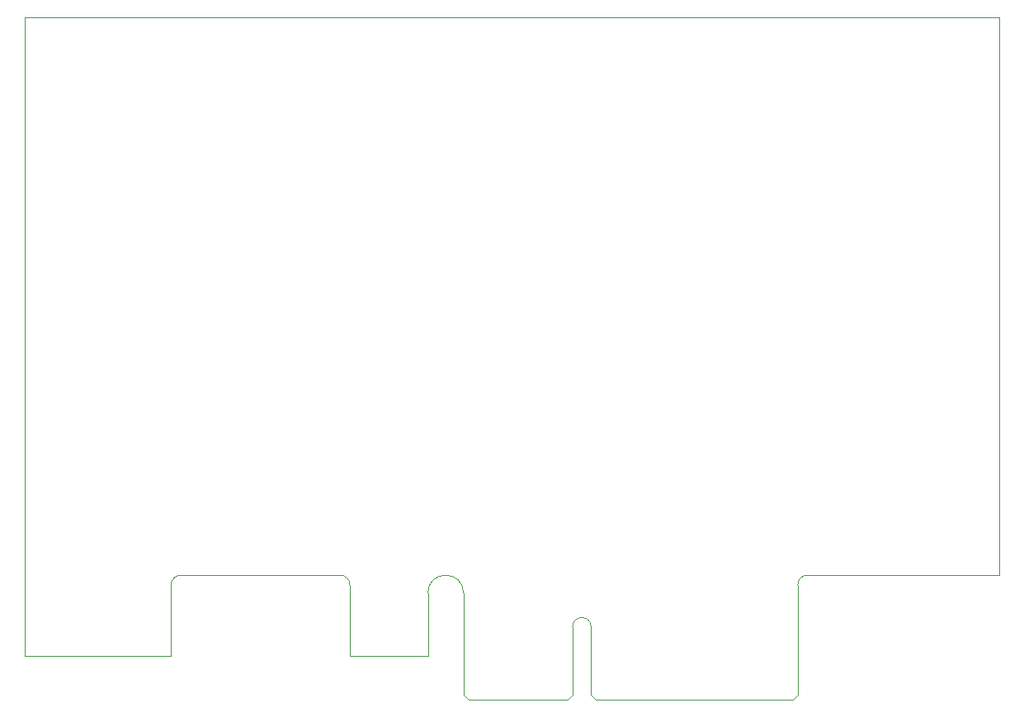
<source format=gko>
G04*
G04 #@! TF.GenerationSoftware,Altium Limited,Altium Designer,18.1.6 (161)*
G04*
G04 Layer_Color=16711935*
%FSLAX24Y24*%
%MOIN*%
G70*
G01*
G75*
%ADD148C,0.0039*%
G54D148*
X43425Y16831D02*
G03*
X43031Y16437I0J-394D01*
G01*
X18110Y16831D02*
G03*
X17717Y16437I0J-394D01*
G01*
X24941D02*
G03*
X24547Y16831I-394J0D01*
G01*
X34685Y14744D02*
G03*
X33937Y14744I-374J0D01*
G01*
X29528Y16112D02*
G03*
X28091Y16112I-719J0D01*
G01*
X43031Y12008D02*
Y16437D01*
X18110Y16831D02*
X24547D01*
X51181D02*
Y39370D01*
X34685Y12008D02*
X34882Y11811D01*
X29528Y12008D02*
X29724Y11811D01*
X34882D02*
X42835D01*
X34685Y12008D02*
Y14744D01*
X33937Y12008D02*
Y14744D01*
X29724Y11811D02*
X33740D01*
X29528Y12008D02*
Y16112D01*
X28091Y13583D02*
Y16112D01*
X24941Y13583D02*
X28091D01*
X24941D02*
Y16437D01*
X17717Y13583D02*
Y16437D01*
X11811Y13583D02*
X17717D01*
X11811D02*
Y39370D01*
X43425Y16831D02*
X51181D01*
X11811Y39370D02*
X51181D01*
X42835Y11811D02*
X43031Y12008D01*
X33740Y11811D02*
X33937Y12008D01*
M02*

</source>
